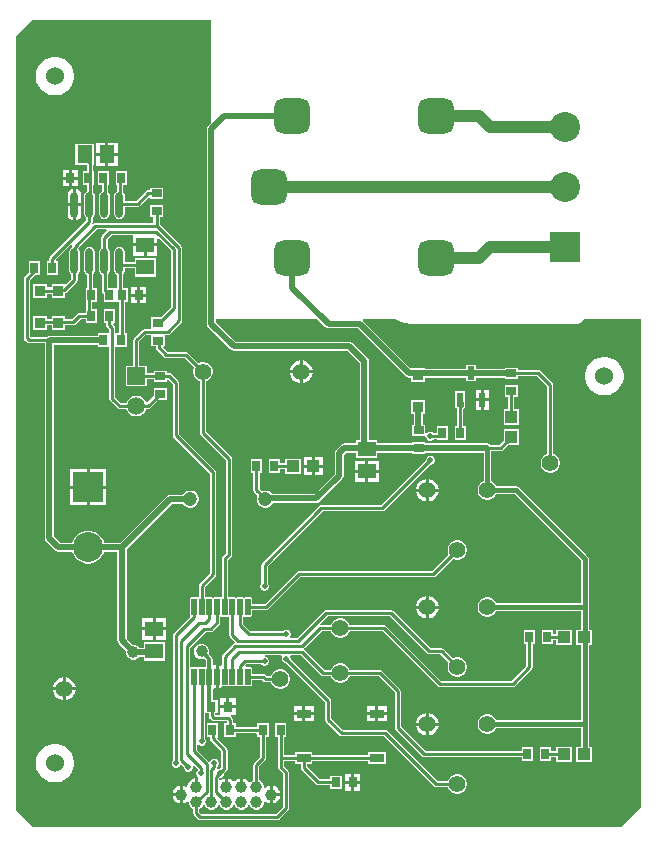
<source format=gtl>
G04*
G04 #@! TF.GenerationSoftware,Altium Limited,Altium Designer,21.6.1 (37)*
G04*
G04 Layer_Physical_Order=1*
G04 Layer_Color=255*
%FSLAX25Y25*%
%MOIN*%
G70*
G04*
G04 #@! TF.SameCoordinates,52293247-6156-4BB5-AEA0-72ABDA420298*
G04*
G04*
G04 #@! TF.FilePolarity,Positive*
G04*
G01*
G75*
%ADD10C,0.01000*%
%ADD14C,0.02000*%
%ADD17C,0.01500*%
%ADD43R,0.02756X0.03543*%
%ADD44R,0.04331X0.03937*%
%ADD45R,0.05118X0.05906*%
%ADD46C,0.03937*%
%ADD47R,0.03543X0.03543*%
%ADD48R,0.03543X0.02756*%
%ADD49O,0.02362X0.08661*%
G04:AMPARAMS|DCode=50|XSize=17.72mil|YSize=55.12mil|CornerRadius=1.95mil|HoleSize=0mil|Usage=FLASHONLY|Rotation=180.000|XOffset=0mil|YOffset=0mil|HoleType=Round|Shape=RoundedRectangle|*
%AMROUNDEDRECTD50*
21,1,0.01772,0.05122,0,0,180.0*
21,1,0.01382,0.05512,0,0,180.0*
1,1,0.00390,-0.00691,0.02561*
1,1,0.00390,0.00691,0.02561*
1,1,0.00390,0.00691,-0.02561*
1,1,0.00390,-0.00691,-0.02561*
%
%ADD50ROUNDEDRECTD50*%
%ADD51R,0.05906X0.05118*%
%ADD52R,0.03150X0.03543*%
%ADD53R,0.03937X0.04331*%
%ADD54R,0.02362X0.04528*%
%ADD55R,0.04724X0.03000*%
%ADD56C,0.01181*%
%ADD57C,0.04000*%
%ADD58C,0.05512*%
%ADD59R,0.05906X0.05906*%
%ADD60C,0.05906*%
%ADD61C,0.10000*%
%ADD62R,0.10000X0.10000*%
%ADD63C,0.06000*%
G04:AMPARAMS|DCode=64|XSize=118.11mil|YSize=118.11mil|CornerRadius=29.53mil|HoleSize=0mil|Usage=FLASHONLY|Rotation=0.000|XOffset=0mil|YOffset=0mil|HoleType=Round|Shape=RoundedRectangle|*
%AMROUNDEDRECTD64*
21,1,0.11811,0.05906,0,0,0.0*
21,1,0.05906,0.11811,0,0,0.0*
1,1,0.05906,0.02953,-0.02953*
1,1,0.05906,-0.02953,-0.02953*
1,1,0.05906,-0.02953,0.02953*
1,1,0.05906,0.02953,0.02953*
%
%ADD64ROUNDEDRECTD64*%
%ADD65C,0.04724*%
%ADD66C,0.01968*%
G36*
X186000Y358435D02*
X184919Y357353D01*
X184587Y356857D01*
X184471Y356272D01*
Y291445D01*
X184587Y290860D01*
X184919Y290364D01*
X192364Y282919D01*
X192860Y282587D01*
X193445Y282471D01*
X231307D01*
X235471Y278307D01*
Y252799D01*
X234331D01*
Y251577D01*
X230307D01*
X229722Y251460D01*
X229226Y251129D01*
X227511Y249414D01*
X227180Y248918D01*
X227063Y248333D01*
Y241462D01*
X220411Y234810D01*
X206238D01*
X205757Y235290D01*
X205105Y235667D01*
X204377Y235862D01*
X203623D01*
X202895Y235667D01*
X202819Y235623D01*
X202067Y236375D01*
Y241728D01*
X202925D01*
Y246272D01*
X199169D01*
Y241728D01*
X200028D01*
Y235953D01*
X200105Y235563D01*
X200326Y235232D01*
X201377Y234181D01*
X201333Y234105D01*
X201138Y233377D01*
Y232623D01*
X201333Y231895D01*
X201710Y231243D01*
X202243Y230710D01*
X202895Y230333D01*
X203623Y230138D01*
X204377D01*
X205105Y230333D01*
X205757Y230710D01*
X206290Y231243D01*
X206584Y231751D01*
X221044D01*
X221630Y231867D01*
X222126Y232199D01*
X229674Y239747D01*
X230005Y240243D01*
X230122Y240828D01*
Y247699D01*
X230941Y248518D01*
X234331D01*
Y246681D01*
X241237D01*
Y248518D01*
X252791D01*
Y248169D01*
X257335D01*
Y248518D01*
X276726D01*
Y239024D01*
X276001Y238605D01*
X275395Y237999D01*
X274966Y237257D01*
X274744Y236429D01*
Y235571D01*
X274966Y234743D01*
X275395Y234001D01*
X276001Y233395D01*
X276743Y232966D01*
X277571Y232744D01*
X278429D01*
X279257Y232966D01*
X279999Y233395D01*
X280605Y234001D01*
X281024Y234725D01*
X287074D01*
X309172Y212628D01*
Y198275D01*
X281024D01*
X280605Y198999D01*
X279999Y199605D01*
X279257Y200034D01*
X278429Y200256D01*
X277571D01*
X276743Y200034D01*
X276001Y199605D01*
X275395Y198999D01*
X274966Y198257D01*
X274744Y197429D01*
Y196571D01*
X274966Y195743D01*
X275395Y195001D01*
X276001Y194395D01*
X276743Y193966D01*
X277571Y193744D01*
X278429D01*
X279257Y193966D01*
X279999Y194395D01*
X280605Y195001D01*
X281024Y195726D01*
X309172D01*
Y189469D01*
X307681D01*
Y184531D01*
X309172D01*
Y159274D01*
X281024D01*
X280605Y159999D01*
X279999Y160605D01*
X279257Y161034D01*
X278429Y161256D01*
X277571D01*
X276743Y161034D01*
X276001Y160605D01*
X275395Y159999D01*
X274966Y159257D01*
X274744Y158429D01*
Y157571D01*
X274966Y156743D01*
X275395Y156001D01*
X276001Y155395D01*
X276743Y154966D01*
X277571Y154744D01*
X278429D01*
X279257Y154966D01*
X279999Y155395D01*
X280605Y156001D01*
X281024Y156726D01*
X309172D01*
Y150469D01*
X307500D01*
Y145531D01*
X312831D01*
Y150469D01*
X311721D01*
Y158000D01*
Y184531D01*
X313012D01*
Y189469D01*
X311721D01*
Y197000D01*
Y213156D01*
X311624Y213643D01*
X311348Y214057D01*
X288503Y236901D01*
X288090Y237177D01*
X287602Y237275D01*
X281024D01*
X280605Y237999D01*
X279999Y238605D01*
X279275Y239024D01*
Y249028D01*
X282394D01*
X282784Y249105D01*
X283115Y249326D01*
X284777Y250988D01*
X288469D01*
Y256319D01*
X283531D01*
Y252627D01*
X281971Y251067D01*
X279123D01*
X279081Y251129D01*
X278585Y251460D01*
X278000Y251577D01*
X257335D01*
Y251925D01*
X252791D01*
Y251577D01*
X241237D01*
Y252799D01*
X238529D01*
Y278941D01*
X238413Y279526D01*
X238081Y280022D01*
X233022Y285081D01*
X232526Y285413D01*
X231941Y285529D01*
X194078D01*
X187529Y292078D01*
Y293000D01*
X221337D01*
X223974Y290364D01*
X224470Y290032D01*
X225055Y289915D01*
X234772D01*
X250791Y273897D01*
X251287Y273565D01*
X251872Y273449D01*
X252713D01*
Y272033D01*
X257256D01*
Y273443D01*
X270932D01*
Y272209D01*
X274294D01*
Y273443D01*
X283728D01*
Y273075D01*
X288272D01*
Y273933D01*
X294625D01*
X297980Y270578D01*
Y248098D01*
X297743Y248034D01*
X297001Y247605D01*
X296395Y246999D01*
X295966Y246257D01*
X295744Y245429D01*
Y244571D01*
X295966Y243743D01*
X296395Y243001D01*
X297001Y242395D01*
X297743Y241966D01*
X298571Y241744D01*
X299429D01*
X300257Y241966D01*
X300999Y242395D01*
X301605Y243001D01*
X302034Y243743D01*
X302256Y244571D01*
Y245429D01*
X302034Y246257D01*
X301605Y246999D01*
X300999Y247605D01*
X300257Y248034D01*
X300020Y248098D01*
Y271000D01*
X299942Y271390D01*
X299721Y271721D01*
X295768Y275674D01*
X295437Y275895D01*
X295047Y275972D01*
X288272D01*
Y276831D01*
X283728D01*
Y276502D01*
X274294D01*
Y277736D01*
X270932D01*
Y276502D01*
X257256D01*
Y276576D01*
X252713D01*
X252713Y276576D01*
Y276576D01*
X252713Y276576D01*
X252278Y276734D01*
X236513Y292500D01*
X236521Y292612D01*
X236678Y293000D01*
X247220D01*
X248660Y292230D01*
X250543Y291659D01*
X252500Y291466D01*
Y291466D01*
X252584Y291483D01*
X308000D01*
X308963Y291675D01*
X309780Y292220D01*
X310301Y293000D01*
X329235D01*
X329235Y130482D01*
X322518Y123765D01*
X126301D01*
X120765Y129301D01*
X120765Y387219D01*
X126301Y392755D01*
X186000D01*
Y358435D01*
D02*
G37*
%LPC*%
G36*
X134489Y380405D02*
X133227D01*
X131990Y380159D01*
X130824Y379677D01*
X129775Y378976D01*
X128883Y378083D01*
X128182Y377034D01*
X127699Y375868D01*
X127453Y374631D01*
Y373369D01*
X127699Y372132D01*
X128182Y370966D01*
X128883Y369917D01*
X129775Y369024D01*
X130824Y368323D01*
X131990Y367841D01*
X133227Y367595D01*
X134489D01*
X135727Y367841D01*
X136892Y368323D01*
X137942Y369024D01*
X138834Y369917D01*
X139535Y370966D01*
X140018Y372132D01*
X140264Y373369D01*
Y374631D01*
X140018Y375868D01*
X139535Y377034D01*
X138834Y378083D01*
X137942Y378976D01*
X136892Y379677D01*
X135727Y380159D01*
X134489Y380405D01*
D02*
G37*
G36*
X154772Y351831D02*
X151713D01*
Y348378D01*
X154772D01*
Y351831D01*
D02*
G37*
G36*
X150713D02*
X147653D01*
Y348378D01*
X150713D01*
Y351831D01*
D02*
G37*
G36*
X154772Y347378D02*
X151713D01*
Y343925D01*
X154772D01*
Y347378D01*
D02*
G37*
G36*
X150713D02*
X147653D01*
Y343925D01*
X150713D01*
Y347378D01*
D02*
G37*
G36*
X141425Y342772D02*
X139547D01*
Y340500D01*
X141425D01*
Y342772D01*
D02*
G37*
G36*
X138547D02*
X136669D01*
Y340500D01*
X138547D01*
Y342772D01*
D02*
G37*
G36*
X141425Y339500D02*
X139547D01*
Y337228D01*
X141425D01*
Y339500D01*
D02*
G37*
G36*
X138547D02*
X136669D01*
Y337228D01*
X138547D01*
Y339500D01*
D02*
G37*
G36*
X157831Y342272D02*
X154075D01*
Y337728D01*
X154480D01*
Y335739D01*
X154158Y335523D01*
X153786Y334967D01*
X153656Y334311D01*
Y328012D01*
X153786Y327356D01*
X154158Y326800D01*
X154714Y326428D01*
X155370Y326298D01*
X156026Y326428D01*
X156582Y326800D01*
X156953Y327356D01*
X157084Y328012D01*
Y330482D01*
X161501D01*
X161891Y330559D01*
X162222Y330780D01*
X164957Y333515D01*
X165457Y333308D01*
Y333075D01*
X170000D01*
Y336831D01*
X165457D01*
Y335972D01*
X164953D01*
X164563Y335895D01*
X164232Y335674D01*
X161079Y332521D01*
X157084D01*
Y334311D01*
X156953Y334967D01*
X156582Y335523D01*
X156520Y335564D01*
Y337728D01*
X157831D01*
Y342272D01*
D02*
G37*
G36*
X140870Y336435D02*
Y331661D01*
X142594D01*
Y334311D01*
X142424Y335162D01*
X141942Y335883D01*
X141221Y336366D01*
X140870Y336435D01*
D02*
G37*
G36*
X139870D02*
X139519Y336366D01*
X138797Y335883D01*
X138315Y335162D01*
X138146Y334311D01*
Y331661D01*
X139870D01*
Y336435D01*
D02*
G37*
G36*
X151925Y342272D02*
X148169D01*
Y337728D01*
X149480D01*
Y335739D01*
X149158Y335523D01*
X148786Y334967D01*
X148656Y334311D01*
Y328012D01*
X148786Y327356D01*
X149158Y326800D01*
X149714Y326428D01*
X150370Y326298D01*
X151026Y326428D01*
X151582Y326800D01*
X151953Y327356D01*
X152084Y328012D01*
Y334311D01*
X151953Y334967D01*
X151582Y335523D01*
X151520Y335564D01*
Y337728D01*
X151925D01*
Y342272D01*
D02*
G37*
G36*
X142594Y330661D02*
X140870D01*
Y325887D01*
X141221Y325957D01*
X141942Y326439D01*
X142424Y327161D01*
X142594Y328012D01*
Y330661D01*
D02*
G37*
G36*
X139870D02*
X138146D01*
Y328012D01*
X138315Y327161D01*
X138797Y326439D01*
X139519Y325957D01*
X139870Y325887D01*
Y330661D01*
D02*
G37*
G36*
X167953Y317240D02*
X164500D01*
Y314181D01*
X167953D01*
Y317240D01*
D02*
G37*
G36*
X163500D02*
X160047D01*
Y314181D01*
X163500D01*
Y317240D01*
D02*
G37*
G36*
X164331Y303772D02*
X162256D01*
Y301500D01*
X164331D01*
Y303772D01*
D02*
G37*
G36*
X161256D02*
X159181D01*
Y301500D01*
X161256D01*
Y303772D01*
D02*
G37*
G36*
X164331Y300500D02*
X162256D01*
Y298228D01*
X164331D01*
Y300500D01*
D02*
G37*
G36*
X161256D02*
X159181D01*
Y298228D01*
X161256D01*
Y300500D01*
D02*
G37*
G36*
X145370Y317127D02*
X144714Y316997D01*
X144158Y316625D01*
X143786Y316069D01*
X143656Y315413D01*
Y309114D01*
X143786Y308458D01*
X144158Y307902D01*
X144480Y307686D01*
Y303272D01*
X144169D01*
Y298728D01*
X144288D01*
Y296272D01*
X144169D01*
Y295020D01*
X141967D01*
X141577Y294942D01*
X141246Y294721D01*
X139469Y292943D01*
X137287D01*
Y293967D01*
X132744D01*
Y292923D01*
X131256D01*
Y293947D01*
X126713D01*
Y289403D01*
X131256D01*
Y290884D01*
X132744D01*
Y289424D01*
X137287D01*
Y290904D01*
X139891D01*
X140281Y290982D01*
X140612Y291203D01*
X142390Y292980D01*
X144169D01*
Y291728D01*
X147925D01*
Y296272D01*
X146327D01*
Y298728D01*
X147925D01*
Y303272D01*
X146520D01*
Y307861D01*
X146582Y307902D01*
X146953Y308458D01*
X147084Y309114D01*
Y315413D01*
X146953Y316069D01*
X146582Y316625D01*
X146026Y316997D01*
X145370Y317127D01*
D02*
G37*
G36*
X216500Y279254D02*
Y276000D01*
X219754D01*
X219500Y276950D01*
X219005Y277806D01*
X218306Y278505D01*
X217450Y279000D01*
X216500Y279254D01*
D02*
G37*
G36*
X215500D02*
X214550Y279000D01*
X213694Y278505D01*
X212995Y277806D01*
X212500Y276950D01*
X212246Y276000D01*
X215500D01*
Y279254D01*
D02*
G37*
G36*
X219754Y275000D02*
X216500D01*
Y271746D01*
X217450Y272000D01*
X218306Y272495D01*
X219005Y273194D01*
X219500Y274050D01*
X219754Y275000D01*
D02*
G37*
G36*
X215500D02*
X212246D01*
X212500Y274050D01*
X212995Y273194D01*
X213694Y272495D01*
X214550Y272000D01*
X215500Y271746D01*
Y275000D01*
D02*
G37*
G36*
X317631Y280405D02*
X316369D01*
X315132Y280159D01*
X313966Y279677D01*
X312917Y278976D01*
X312024Y278083D01*
X311323Y277034D01*
X310841Y275868D01*
X310595Y274631D01*
Y273369D01*
X310841Y272132D01*
X311323Y270966D01*
X312024Y269917D01*
X312917Y269024D01*
X313966Y268323D01*
X315132Y267841D01*
X316369Y267595D01*
X317631D01*
X318868Y267841D01*
X320034Y268323D01*
X321083Y269024D01*
X321975Y269917D01*
X322676Y270966D01*
X323159Y272132D01*
X323406Y273369D01*
Y274631D01*
X323159Y275868D01*
X322676Y277034D01*
X321975Y278083D01*
X321083Y278976D01*
X320034Y279677D01*
X318868Y280159D01*
X317631Y280405D01*
D02*
G37*
G36*
X278534Y269378D02*
X276853D01*
Y266614D01*
X278534D01*
Y269378D01*
D02*
G37*
G36*
X275853D02*
X274172D01*
Y266614D01*
X275853D01*
Y269378D01*
D02*
G37*
G36*
X278534Y265614D02*
X276853D01*
Y262850D01*
X278534D01*
Y265614D01*
D02*
G37*
G36*
X275853D02*
X274172D01*
Y262850D01*
X275853D01*
Y265614D01*
D02*
G37*
G36*
X288272Y270925D02*
X283728D01*
Y267169D01*
X284980D01*
Y263012D01*
X283531D01*
Y257681D01*
X288469D01*
Y263012D01*
X287020D01*
Y267169D01*
X288272D01*
Y270925D01*
D02*
G37*
G36*
X270553Y268878D02*
X267191D01*
Y263350D01*
X267853D01*
Y257272D01*
X267075D01*
Y252728D01*
X270831D01*
Y257272D01*
X269892D01*
Y263107D01*
X269944Y263117D01*
X270274Y263338D01*
X270283Y263350D01*
X270553D01*
Y263961D01*
X270573Y264059D01*
Y265433D01*
X270553Y265532D01*
Y268878D01*
D02*
G37*
G36*
X257256Y265947D02*
X252713D01*
Y261403D01*
X253471D01*
Y257831D01*
X252791D01*
Y254075D01*
X257232Y254075D01*
X257507Y253716D01*
X257535Y253658D01*
X257742Y253159D01*
X258159Y252742D01*
X258705Y252516D01*
X259295D01*
X259841Y252742D01*
X260080Y252980D01*
X261169D01*
Y252728D01*
X264925D01*
Y257272D01*
X261169D01*
Y255020D01*
X260080D01*
X259841Y255258D01*
X259295Y255484D01*
X258705D01*
X258159Y255258D01*
X257835Y254934D01*
X257399Y255048D01*
X257335Y255087D01*
Y257831D01*
X256529D01*
Y261403D01*
X257256D01*
Y265947D01*
D02*
G37*
G36*
X215972Y246468D02*
X210642D01*
Y245020D01*
X208831D01*
Y246272D01*
X205075D01*
Y241728D01*
X208831D01*
Y242980D01*
X210642D01*
Y241531D01*
X215972D01*
Y246468D01*
D02*
G37*
G36*
X223165Y246969D02*
X220500D01*
Y244500D01*
X223165D01*
Y246969D01*
D02*
G37*
G36*
X219500D02*
X216835D01*
Y244500D01*
X219500D01*
Y246969D01*
D02*
G37*
G36*
X241737Y245819D02*
X238284D01*
Y242760D01*
X241737D01*
Y245819D01*
D02*
G37*
G36*
X237284D02*
X233832D01*
Y242760D01*
X237284D01*
Y245819D01*
D02*
G37*
G36*
X223165Y243500D02*
X220500D01*
Y241032D01*
X223165D01*
Y243500D01*
D02*
G37*
G36*
X219500D02*
X216835D01*
Y241032D01*
X219500D01*
Y243500D01*
D02*
G37*
G36*
X241737Y241760D02*
X238284D01*
Y238701D01*
X241737D01*
Y241760D01*
D02*
G37*
G36*
X237284D02*
X233832D01*
Y238701D01*
X237284D01*
Y241760D01*
D02*
G37*
G36*
X150953Y243000D02*
X145453D01*
Y237500D01*
X150953D01*
Y243000D01*
D02*
G37*
G36*
X144453D02*
X138953D01*
Y237500D01*
X144453D01*
Y243000D01*
D02*
G37*
G36*
X258500Y239754D02*
Y236500D01*
X261754D01*
X261500Y237450D01*
X261005Y238306D01*
X260306Y239005D01*
X259450Y239500D01*
X258500Y239754D01*
D02*
G37*
G36*
X257500D02*
X256550Y239500D01*
X255694Y239005D01*
X254995Y238306D01*
X254500Y237450D01*
X254246Y236500D01*
X257500D01*
Y239754D01*
D02*
G37*
G36*
X261754Y235500D02*
X258500D01*
Y232246D01*
X259450Y232500D01*
X260306Y232995D01*
X261005Y233694D01*
X261500Y234550D01*
X261754Y235500D01*
D02*
G37*
G36*
X257500D02*
X254246D01*
X254500Y234550D01*
X254995Y233694D01*
X255694Y232995D01*
X256550Y232500D01*
X257500Y232246D01*
Y235500D01*
D02*
G37*
G36*
X150953Y236500D02*
X145453D01*
Y231000D01*
X150953D01*
Y236500D01*
D02*
G37*
G36*
X144453D02*
X138953D01*
Y231000D01*
X144453D01*
Y236500D01*
D02*
G37*
G36*
X146791Y351331D02*
X140673D01*
Y344425D01*
X144480D01*
Y342272D01*
X143075D01*
Y337728D01*
X144480D01*
Y335739D01*
X144158Y335523D01*
X143786Y334967D01*
X143656Y334311D01*
Y328012D01*
X143786Y327356D01*
X144158Y326800D01*
X144350Y326671D01*
Y325883D01*
X132232Y313765D01*
X132011Y313434D01*
X131933Y313044D01*
Y312272D01*
X131075D01*
Y307728D01*
X134831D01*
Y312272D01*
X134329D01*
X134122Y312772D01*
X139225Y317874D01*
X139613Y317555D01*
X139558Y317473D01*
X139480Y317083D01*
Y316841D01*
X139158Y316625D01*
X138786Y316069D01*
X138656Y315413D01*
Y309114D01*
X138786Y308458D01*
X139158Y307902D01*
X139350Y307774D01*
Y306422D01*
X137716Y304788D01*
X137287Y304597D01*
Y304597D01*
X137287Y304597D01*
X132744D01*
Y303553D01*
X131256D01*
Y304576D01*
X126713D01*
Y300033D01*
X131256D01*
Y301514D01*
X132744D01*
Y300054D01*
X137287D01*
Y301606D01*
X137313Y301612D01*
X137644Y301833D01*
X141091Y305279D01*
X141312Y305610D01*
X141389Y306000D01*
Y307774D01*
X141582Y307902D01*
X141953Y308458D01*
X142084Y309114D01*
Y315413D01*
X141953Y316069D01*
X141582Y316625D01*
X141573Y316714D01*
X147792Y322933D01*
X150997D01*
X151204Y322433D01*
X149649Y320878D01*
X149428Y320547D01*
X149350Y320157D01*
Y316754D01*
X149158Y316625D01*
X148786Y316069D01*
X148656Y315413D01*
Y309114D01*
X148786Y308458D01*
X149158Y307902D01*
X149480Y307686D01*
Y302453D01*
X149558Y302063D01*
X149779Y301732D01*
X150075Y301436D01*
Y298728D01*
X153669D01*
X154169Y298728D01*
X154331Y298728D01*
X155225D01*
Y288272D01*
X154020D01*
Y290071D01*
X153942Y290461D01*
X153721Y290792D01*
X153285Y291228D01*
X153492Y291728D01*
X153831D01*
Y296272D01*
X150075D01*
Y291728D01*
X150933D01*
Y291118D01*
X151011Y290728D01*
X151232Y290397D01*
X151980Y289649D01*
Y288711D01*
X151834Y288272D01*
X151480Y288272D01*
X148078D01*
Y287529D01*
X132383D01*
X131798Y287413D01*
X131301Y287081D01*
X131239Y287020D01*
X125585D01*
Y306096D01*
X127217Y307728D01*
X128925D01*
Y312272D01*
X125169D01*
Y308564D01*
X123845Y307239D01*
X123624Y306909D01*
X123546Y306518D01*
Y286586D01*
X123624Y286196D01*
X123845Y285865D01*
X124431Y285279D01*
X124761Y285058D01*
X125152Y284980D01*
X130471D01*
Y219962D01*
X130587Y219377D01*
X130919Y218881D01*
X133880Y215919D01*
X134377Y215587D01*
X134962Y215471D01*
X139669D01*
X139828Y214877D01*
X140552Y213623D01*
X141576Y212599D01*
X142830Y211875D01*
X144229Y211500D01*
X145677D01*
X147076Y211875D01*
X148330Y212599D01*
X149354Y213623D01*
X150078Y214877D01*
X150237Y215471D01*
X154715D01*
Y185896D01*
X154831Y185311D01*
X155163Y184815D01*
X157531Y182446D01*
Y181509D01*
X157907Y180602D01*
X158602Y179907D01*
X159509Y179532D01*
X160491D01*
X161398Y179907D01*
X161962Y180471D01*
X163547D01*
Y179201D01*
X170453D01*
Y185319D01*
X163547D01*
Y183529D01*
X161962D01*
X161398Y184093D01*
X160491Y184468D01*
X159835D01*
X157773Y186530D01*
Y216367D01*
X172878Y231471D01*
X176578D01*
X176710Y231243D01*
X177243Y230710D01*
X177895Y230333D01*
X178623Y230138D01*
X179377D01*
X180105Y230333D01*
X180757Y230710D01*
X181290Y231243D01*
X181667Y231895D01*
X181862Y232623D01*
Y233377D01*
X181667Y234105D01*
X181290Y234757D01*
X180757Y235290D01*
X180105Y235667D01*
X179377Y235862D01*
X178623D01*
X177895Y235667D01*
X177243Y235290D01*
X176710Y234757D01*
X176578Y234529D01*
X172244D01*
X171659Y234413D01*
X171163Y234081D01*
X155611Y218529D01*
X150237D01*
X150078Y219123D01*
X149354Y220377D01*
X148330Y221401D01*
X147076Y222125D01*
X145677Y222500D01*
X144229D01*
X142830Y222125D01*
X141576Y221401D01*
X140552Y220377D01*
X139828Y219123D01*
X139669Y218529D01*
X135596D01*
X133529Y220596D01*
Y284471D01*
X148078D01*
Y283728D01*
X151834Y283728D01*
X151980Y283289D01*
Y266500D01*
X152058Y266110D01*
X152279Y265779D01*
X154779Y263279D01*
X155110Y263058D01*
X155500Y262980D01*
X157699D01*
X157782Y262667D01*
X158237Y261880D01*
X158880Y261237D01*
X159667Y260783D01*
X160545Y260547D01*
X161455D01*
X162333Y260783D01*
X163120Y261237D01*
X163763Y261880D01*
X164217Y262667D01*
X164301Y262980D01*
X164953D01*
X165343Y263058D01*
X165674Y263279D01*
X168449Y266055D01*
X168526Y266169D01*
X171272D01*
Y269925D01*
X166728D01*
Y267268D01*
X166716Y267205D01*
X164758Y265247D01*
X164319Y265317D01*
X164188Y265384D01*
X163763Y266120D01*
X163120Y266763D01*
X162333Y267217D01*
X161455Y267453D01*
X160545D01*
X159667Y267217D01*
X158880Y266763D01*
X158237Y266120D01*
X157782Y265333D01*
X157699Y265020D01*
X155922D01*
X154020Y266922D01*
Y283728D01*
X157739D01*
Y288272D01*
X157264D01*
Y298728D01*
X158319D01*
Y303272D01*
X156520D01*
Y307861D01*
X156582Y307902D01*
X156953Y308458D01*
X157084Y309114D01*
Y309980D01*
X160547D01*
Y307201D01*
X167453D01*
Y313319D01*
X160547D01*
Y312020D01*
X157084D01*
Y315413D01*
X156953Y316069D01*
X156582Y316625D01*
X156026Y316997D01*
X155370Y317127D01*
X154714Y316997D01*
X154158Y316625D01*
X153786Y316069D01*
X153656Y315413D01*
Y309114D01*
X153786Y308458D01*
X154158Y307902D01*
X154480Y307686D01*
Y303625D01*
X154127Y303272D01*
X153831Y303272D01*
X153669Y303272D01*
X151520D01*
Y307861D01*
X151582Y307902D01*
X151953Y308458D01*
X152084Y309114D01*
Y315413D01*
X151953Y316069D01*
X151582Y316625D01*
X151389Y316754D01*
Y319735D01*
X152756Y321102D01*
X160047D01*
Y318240D01*
X164000D01*
X167953D01*
Y319783D01*
X168415Y319975D01*
X172531Y315858D01*
Y297110D01*
X169057Y293636D01*
X165956D01*
Y289881D01*
X165479Y289825D01*
X163806D01*
X163416Y289748D01*
X163085Y289527D01*
X160279Y286721D01*
X160058Y286390D01*
X159980Y286000D01*
Y277453D01*
X157547D01*
Y270547D01*
X164453D01*
Y272980D01*
X166728D01*
Y272075D01*
X171272D01*
Y272579D01*
X171772Y272786D01*
X173252Y271306D01*
Y254232D01*
X173330Y253842D01*
X173551Y253511D01*
X185595Y241467D01*
Y208298D01*
X182047Y204751D01*
X181826Y204420D01*
X181748Y204030D01*
Y200452D01*
X181724Y200430D01*
X181286Y200239D01*
X181171Y200283D01*
X180900Y200336D01*
X179518D01*
X179247Y200283D01*
X179017Y200129D01*
X178863Y199899D01*
X178809Y199628D01*
Y194506D01*
X178863Y194235D01*
X179017Y194005D01*
X178718Y193621D01*
X173551Y188454D01*
X173330Y188124D01*
X173252Y187733D01*
Y146080D01*
X173012Y145840D01*
X172786Y145294D01*
Y144704D01*
X173012Y144158D01*
X173430Y143741D01*
X173975Y143515D01*
X174566D01*
X175111Y143741D01*
X175529Y144158D01*
X175568Y144254D01*
X176158Y144372D01*
X176846Y143684D01*
Y143346D01*
X177072Y142801D01*
X177489Y142383D01*
X178035Y142157D01*
X178625D01*
X179171Y142383D01*
X179588Y142801D01*
X179814Y143346D01*
Y143937D01*
X179744Y144107D01*
X180168Y144390D01*
X181488Y143070D01*
Y142737D01*
X181250Y142498D01*
X181024Y141953D01*
Y141362D01*
X181250Y140817D01*
X181667Y140399D01*
X181500Y140028D01*
Y137000D01*
X180500D01*
Y139939D01*
X179854Y139766D01*
X179177Y139375D01*
X178625Y138823D01*
X178234Y138146D01*
X178032Y137391D01*
Y137332D01*
X177532Y137043D01*
X177146Y137266D01*
X176500Y137439D01*
Y134500D01*
Y131561D01*
X177146Y131734D01*
X177823Y132125D01*
X178032Y132333D01*
X178532Y132126D01*
Y131509D01*
X178907Y130602D01*
X179602Y129907D01*
X179980Y129750D01*
Y128252D01*
X180058Y127862D01*
X180279Y127531D01*
X181531Y126279D01*
X181862Y126058D01*
X182252Y125980D01*
X208000D01*
X208390Y126058D01*
X208721Y126279D01*
X211704Y129262D01*
X211925Y129593D01*
X212003Y129983D01*
Y141795D01*
X211925Y142185D01*
X211704Y142516D01*
X210157Y144064D01*
Y145598D01*
X213933D01*
Y144618D01*
X215776D01*
Y143443D01*
X215853Y143053D01*
X216074Y142722D01*
X220935Y137862D01*
X221266Y137641D01*
X221656Y137563D01*
X225476D01*
Y136311D01*
X229626D01*
Y140854D01*
X225476D01*
Y139602D01*
X222078D01*
X217815Y143865D01*
Y144618D01*
X219657D01*
Y145598D01*
X238342D01*
Y144618D01*
X244067D01*
Y148618D01*
X238342D01*
Y147638D01*
X219657D01*
Y148618D01*
X213933D01*
Y147638D01*
X210157D01*
Y153787D01*
X211015D01*
Y158331D01*
X207259D01*
Y153787D01*
X208117D01*
Y146618D01*
Y143641D01*
X208195Y143251D01*
X208416Y142920D01*
X209964Y141373D01*
Y130406D01*
X207578Y128020D01*
X182674D01*
X182020Y128674D01*
Y129750D01*
X182398Y129907D01*
X183093Y130602D01*
X183229Y130932D01*
X183771D01*
X183907Y130602D01*
X184602Y129907D01*
X185509Y129532D01*
X186491D01*
X187398Y129907D01*
X188093Y130602D01*
X188229Y130932D01*
X188771D01*
X188907Y130602D01*
X189602Y129907D01*
X190509Y129532D01*
X191491D01*
X192398Y129907D01*
X193093Y130602D01*
X193229Y130932D01*
X193771D01*
X193907Y130602D01*
X194602Y129907D01*
X195509Y129532D01*
X196491D01*
X197398Y129907D01*
X198093Y130602D01*
X198229Y130932D01*
X198771D01*
X198907Y130602D01*
X199602Y129907D01*
X200509Y129532D01*
X201491D01*
X202398Y129907D01*
X203093Y130602D01*
X203468Y131509D01*
Y132126D01*
X203969Y132333D01*
X204177Y132125D01*
X204854Y131734D01*
X205500Y131561D01*
Y134500D01*
Y137439D01*
X204854Y137266D01*
X204177Y136875D01*
X203969Y136667D01*
X203468Y136874D01*
Y137491D01*
X203093Y138398D01*
X202398Y139093D01*
X202020Y139250D01*
Y143964D01*
X203953Y145897D01*
X204173Y146228D01*
X204251Y146618D01*
Y153787D01*
X205110D01*
Y158331D01*
X201354D01*
Y157079D01*
X194102D01*
Y158331D01*
X193244D01*
Y159414D01*
X193166Y159804D01*
X192945Y160135D01*
X192502Y160579D01*
X192703Y161079D01*
X194107D01*
Y163350D01*
X191532D01*
X188958D01*
X188958Y161079D01*
X188482Y161020D01*
X187272D01*
Y161579D01*
X188095D01*
Y166122D01*
X186439D01*
Y169790D01*
X186939Y170110D01*
X187195Y170059D01*
X187386D01*
Y173839D01*
Y177618D01*
X187195D01*
X186939Y177567D01*
X186439Y177887D01*
Y179701D01*
X186354Y180126D01*
X186113Y180487D01*
X186113Y180487D01*
X185118Y181482D01*
X185236Y181769D01*
Y182751D01*
X184860Y183658D01*
X184166Y184353D01*
X183259Y184728D01*
X182277D01*
X181369Y184353D01*
X180675Y183658D01*
X180299Y182751D01*
Y181769D01*
X180675Y180862D01*
X181369Y180167D01*
X182277Y179791D01*
X183259D01*
X183545Y179910D01*
X184215Y179240D01*
Y177331D01*
X183731Y177055D01*
X183715Y177057D01*
X183459Y177108D01*
X182077D01*
X181806Y177054D01*
X181488Y176934D01*
X181171Y177054D01*
X180900Y177108D01*
X179518D01*
X179338Y177072D01*
X179005Y177248D01*
X178838Y177382D01*
Y183477D01*
X184081Y188721D01*
X185733D01*
X186123Y188798D01*
X186454Y189019D01*
X188607Y191172D01*
X188828Y191503D01*
X188905Y191893D01*
Y193682D01*
X188930Y193704D01*
X189368Y193895D01*
X189483Y193851D01*
X189754Y193797D01*
X191136D01*
X191407Y193851D01*
X191522Y193895D01*
X191960Y193704D01*
X191984Y193682D01*
Y187712D01*
X192062Y187322D01*
X192283Y186991D01*
X193787Y185487D01*
X193622Y184944D01*
X193610Y184942D01*
X193279Y184721D01*
X189814Y181256D01*
X189593Y180926D01*
X189516Y180535D01*
Y177811D01*
X189050Y177530D01*
X189016Y177531D01*
X188577Y177618D01*
X188386D01*
Y173839D01*
Y170059D01*
X188577D01*
X189043Y170152D01*
X189438Y170416D01*
X189566Y170607D01*
X189754Y170569D01*
X191136D01*
X191407Y170623D01*
X191724Y170743D01*
X192042Y170623D01*
X192313Y170569D01*
X193695D01*
X193966Y170623D01*
X194283Y170743D01*
X194601Y170623D01*
X194872Y170569D01*
X196254D01*
X196525Y170623D01*
X196843Y170743D01*
X197160Y170623D01*
X197431Y170569D01*
X198813D01*
X199084Y170623D01*
X199314Y170777D01*
X199468Y171006D01*
X199522Y171278D01*
Y172819D01*
X202816D01*
X203356Y172279D01*
X203686Y172058D01*
X204077Y171980D01*
X205902D01*
X205966Y171743D01*
X206395Y171001D01*
X207001Y170395D01*
X207743Y169966D01*
X208571Y169744D01*
X209429D01*
X210257Y169966D01*
X210999Y170395D01*
X211605Y171001D01*
X212034Y171743D01*
X212256Y172571D01*
Y173429D01*
X212034Y174257D01*
X211605Y174999D01*
X210999Y175605D01*
X210257Y176034D01*
X209429Y176256D01*
X208571D01*
X207743Y176034D01*
X207001Y175605D01*
X206395Y174999D01*
X205966Y174257D01*
X205902Y174020D01*
X204499D01*
X203959Y174559D01*
X203628Y174781D01*
X203238Y174858D01*
X199522D01*
Y176400D01*
X199468Y176671D01*
X199314Y176901D01*
X199084Y177054D01*
X198813Y177108D01*
X197473D01*
X197391Y177204D01*
X197237Y177579D01*
X197638Y177980D01*
X202640D01*
X202879Y177742D01*
X203425Y177516D01*
X204015D01*
X204560Y177742D01*
X204978Y178159D01*
X205204Y178705D01*
Y179295D01*
X204978Y179841D01*
X204560Y180258D01*
X204015Y180484D01*
X204024Y180980D01*
X209380D01*
X209646Y180480D01*
X209499Y180127D01*
Y179536D01*
X209725Y178991D01*
X210142Y178573D01*
X210688Y178347D01*
X211026D01*
X223980Y165392D01*
Y159414D01*
X224058Y159024D01*
X224279Y158693D01*
X228693Y154279D01*
X229024Y154058D01*
X229414Y153980D01*
X243578D01*
X260279Y137279D01*
X260610Y137058D01*
X261000Y136980D01*
X264902D01*
X264966Y136743D01*
X265395Y136001D01*
X266001Y135395D01*
X266743Y134966D01*
X267571Y134744D01*
X268429D01*
X269257Y134966D01*
X269999Y135395D01*
X270605Y136001D01*
X271034Y136743D01*
X271256Y137571D01*
Y138429D01*
X271034Y139257D01*
X270605Y139999D01*
X269999Y140605D01*
X269257Y141034D01*
X268429Y141256D01*
X267571D01*
X266743Y141034D01*
X266001Y140605D01*
X265395Y139999D01*
X264966Y139257D01*
X264902Y139020D01*
X261422D01*
X244721Y155721D01*
X244390Y155942D01*
X244000Y156020D01*
X229837D01*
X226020Y159836D01*
Y165815D01*
X225942Y166205D01*
X225721Y166536D01*
X212468Y179789D01*
Y180127D01*
X212321Y180480D01*
X212587Y180980D01*
X215902D01*
X222604Y174279D01*
X222934Y174058D01*
X223325Y173980D01*
X225902D01*
X225966Y173743D01*
X226395Y173001D01*
X227001Y172395D01*
X227743Y171966D01*
X228571Y171744D01*
X229429D01*
X230257Y171966D01*
X230999Y172395D01*
X231605Y173001D01*
X232034Y173743D01*
X232098Y173980D01*
X241766D01*
X247074Y168672D01*
Y156868D01*
X247152Y156478D01*
X247373Y156147D01*
X256241Y147279D01*
X256572Y147058D01*
X256962Y146980D01*
X289488D01*
Y145728D01*
X293244D01*
Y150272D01*
X289488D01*
Y149020D01*
X257384D01*
X249113Y157290D01*
Y169095D01*
X249036Y169485D01*
X248815Y169816D01*
X242909Y175721D01*
X242579Y175942D01*
X242189Y176020D01*
X232098D01*
X232034Y176257D01*
X231605Y176999D01*
X230999Y177605D01*
X230257Y178034D01*
X229429Y178256D01*
X228571D01*
X227743Y178034D01*
X227001Y177605D01*
X226395Y176999D01*
X225966Y176257D01*
X225902Y176020D01*
X223747D01*
X217072Y182695D01*
X217045Y182739D01*
Y183261D01*
X217072Y183305D01*
X222747Y188980D01*
X225902D01*
X225966Y188743D01*
X226395Y188001D01*
X227001Y187395D01*
X227743Y186966D01*
X228571Y186744D01*
X229429D01*
X230257Y186966D01*
X230999Y187395D01*
X231605Y188001D01*
X232034Y188743D01*
X232098Y188980D01*
X243152D01*
X261448Y170685D01*
X261779Y170464D01*
X262169Y170386D01*
X286453D01*
X286843Y170464D01*
X287174Y170685D01*
X292768Y176279D01*
X292989Y176610D01*
X293067Y177000D01*
Y184728D01*
X293925D01*
Y189272D01*
X290169D01*
Y184728D01*
X291028D01*
Y177422D01*
X286030Y172425D01*
X262592D01*
X244296Y190721D01*
X243965Y190942D01*
X243575Y191020D01*
X232098D01*
X232034Y191257D01*
X231605Y191999D01*
X230999Y192605D01*
X230257Y193034D01*
X229429Y193256D01*
X228571D01*
X227743Y193034D01*
X227001Y192605D01*
X226395Y191999D01*
X225966Y191257D01*
X225902Y191020D01*
X222499D01*
X222275Y191483D01*
X222273Y191501D01*
X224752Y193980D01*
X245539D01*
X257981Y181539D01*
X258312Y181318D01*
X258702Y181240D01*
X262318D01*
X265089Y178469D01*
X264966Y178257D01*
X264744Y177429D01*
Y176571D01*
X264966Y175743D01*
X265395Y175001D01*
X266001Y174395D01*
X266743Y173966D01*
X267571Y173744D01*
X268429D01*
X269257Y173966D01*
X269999Y174395D01*
X270605Y175001D01*
X271034Y175743D01*
X271256Y176571D01*
Y177429D01*
X271034Y178257D01*
X270605Y178999D01*
X269999Y179605D01*
X269257Y180034D01*
X268429Y180256D01*
X267571D01*
X266743Y180034D01*
X266531Y179911D01*
X263461Y182981D01*
X263130Y183202D01*
X262740Y183279D01*
X259124D01*
X246683Y195721D01*
X246352Y195942D01*
X245962Y196020D01*
X224330D01*
X223940Y195942D01*
X223609Y195721D01*
X214578Y186689D01*
X212479D01*
X212242Y187159D01*
X212468Y187705D01*
Y188295D01*
X212242Y188841D01*
X211824Y189258D01*
X211279Y189484D01*
X210688D01*
X210142Y189258D01*
X209904Y189020D01*
X198922D01*
X196583Y191359D01*
Y193682D01*
X196607Y193704D01*
X197045Y193895D01*
X197160Y193851D01*
X197431Y193797D01*
X198813D01*
X199084Y193851D01*
X199314Y194005D01*
X199468Y194235D01*
X199522Y194506D01*
Y196047D01*
X204236D01*
X204626Y196125D01*
X204957Y196346D01*
X215591Y206980D01*
X260000D01*
X260390Y207058D01*
X260721Y207279D01*
X266531Y213089D01*
X266743Y212966D01*
X267571Y212744D01*
X268429D01*
X269257Y212966D01*
X269999Y213395D01*
X270605Y214001D01*
X271034Y214743D01*
X271256Y215571D01*
Y216429D01*
X271034Y217257D01*
X270605Y217999D01*
X269999Y218605D01*
X269257Y219034D01*
X268429Y219256D01*
X267571D01*
X266743Y219034D01*
X266001Y218605D01*
X265395Y217999D01*
X264966Y217257D01*
X264744Y216429D01*
Y215571D01*
X264966Y214743D01*
X265089Y214531D01*
X259578Y209020D01*
X215169D01*
X214779Y208942D01*
X214448Y208721D01*
X203814Y198087D01*
X199522D01*
Y199628D01*
X199468Y199899D01*
X199314Y200129D01*
X199084Y200283D01*
X198813Y200336D01*
X197431D01*
X197160Y200283D01*
X196843Y200162D01*
X196525Y200283D01*
X196254Y200336D01*
X194872D01*
X194601Y200283D01*
X194283Y200162D01*
X193966Y200283D01*
X193695Y200336D01*
X192313D01*
X192042Y200283D01*
X191927Y200239D01*
X191489Y200430D01*
X191464Y200452D01*
Y212733D01*
X192721Y213990D01*
X192942Y214320D01*
X193020Y214711D01*
Y246305D01*
X192942Y246695D01*
X192721Y247026D01*
X184165Y255581D01*
Y272402D01*
X184403Y272466D01*
X185145Y272895D01*
X185751Y273501D01*
X186180Y274243D01*
X186402Y275071D01*
Y275929D01*
X186180Y276757D01*
X185751Y277499D01*
X185145Y278105D01*
X184403Y278534D01*
X183574Y278756D01*
X182717D01*
X181889Y278534D01*
X181676Y278411D01*
X178367Y281721D01*
X178036Y281942D01*
X177646Y282020D01*
X171412D01*
X169918Y283513D01*
X170109Y283975D01*
X170499D01*
Y287731D01*
X170976Y287786D01*
X171543D01*
X171933Y287864D01*
X172264Y288085D01*
X176005Y291826D01*
X176226Y292156D01*
X176304Y292547D01*
Y316669D01*
X176226Y317059D01*
X176005Y317390D01*
X168748Y324647D01*
Y327169D01*
X170000D01*
Y330925D01*
X165457D01*
Y327169D01*
X166709D01*
Y324972D01*
X147370D01*
X146980Y324895D01*
X146649Y324674D01*
X146645Y324670D01*
X146257Y324989D01*
X146312Y325071D01*
X146389Y325461D01*
Y326671D01*
X146582Y326800D01*
X146953Y327356D01*
X147084Y328012D01*
Y334311D01*
X146953Y334967D01*
X146582Y335523D01*
X146520Y335564D01*
Y337728D01*
X146831D01*
Y342272D01*
X146520D01*
Y344425D01*
X146791D01*
Y351331D01*
D02*
G37*
G36*
X259295Y247484D02*
X258705D01*
X258159Y247258D01*
X257742Y246841D01*
X257516Y246295D01*
Y245958D01*
X242578Y231020D01*
X222700D01*
X222309Y230942D01*
X221979Y230721D01*
X202999Y211741D01*
X202778Y211410D01*
X202700Y211020D01*
Y205038D01*
X202462Y204799D01*
X202236Y204254D01*
Y203663D01*
X202462Y203118D01*
X202879Y202700D01*
X203425Y202474D01*
X204015D01*
X204560Y202700D01*
X204978Y203118D01*
X205204Y203663D01*
Y204254D01*
X204978Y204799D01*
X204739Y205038D01*
Y210598D01*
X223122Y228980D01*
X243000D01*
X243390Y229058D01*
X243721Y229279D01*
X258958Y244516D01*
X259295D01*
X259841Y244742D01*
X260258Y245159D01*
X260484Y245705D01*
Y246295D01*
X260258Y246841D01*
X259841Y247258D01*
X259295Y247484D01*
D02*
G37*
G36*
X258500Y200754D02*
Y197500D01*
X261754D01*
X261500Y198450D01*
X261005Y199306D01*
X260306Y200006D01*
X259450Y200500D01*
X258500Y200754D01*
D02*
G37*
G36*
X257500D02*
X256550Y200500D01*
X255694Y200006D01*
X254995Y199306D01*
X254500Y198450D01*
X254246Y197500D01*
X257500D01*
Y200754D01*
D02*
G37*
G36*
X261754Y196500D02*
X258500D01*
Y193246D01*
X259450Y193500D01*
X260306Y193994D01*
X261005Y194694D01*
X261500Y195550D01*
X261754Y196500D01*
D02*
G37*
G36*
X257500D02*
X254246D01*
X254500Y195550D01*
X254995Y194694D01*
X255694Y193994D01*
X256550Y193500D01*
X257500Y193246D01*
Y196500D01*
D02*
G37*
G36*
X170953Y193299D02*
X167500D01*
Y190240D01*
X170953D01*
Y193299D01*
D02*
G37*
G36*
X166500D02*
X163047D01*
Y190240D01*
X166500D01*
Y193299D01*
D02*
G37*
G36*
X306319Y189469D02*
X300988D01*
Y188020D01*
X299831D01*
Y189272D01*
X296075D01*
Y184728D01*
X299831D01*
Y185980D01*
X300988D01*
Y184531D01*
X306319D01*
Y189469D01*
D02*
G37*
G36*
X170953Y189240D02*
X167500D01*
Y186181D01*
X170953D01*
Y189240D01*
D02*
G37*
G36*
X166500D02*
X163047D01*
Y186181D01*
X166500D01*
Y189240D01*
D02*
G37*
G36*
X137500Y173586D02*
Y170332D01*
X140754D01*
X140500Y171281D01*
X140006Y172138D01*
X139306Y172837D01*
X138450Y173331D01*
X137500Y173586D01*
D02*
G37*
G36*
X136500D02*
X135550Y173331D01*
X134694Y172837D01*
X133994Y172138D01*
X133500Y171281D01*
X133246Y170332D01*
X136500D01*
Y173586D01*
D02*
G37*
G36*
X140754Y169332D02*
X137500D01*
Y166077D01*
X138450Y166332D01*
X139306Y166826D01*
X140006Y167525D01*
X140500Y168382D01*
X140754Y169332D01*
D02*
G37*
G36*
X136500D02*
X133246D01*
X133500Y168382D01*
X133994Y167525D01*
X134694Y166826D01*
X135550Y166332D01*
X136500Y166077D01*
Y169332D01*
D02*
G37*
G36*
X194107Y166622D02*
X192032D01*
Y164350D01*
X194107D01*
Y166622D01*
D02*
G37*
G36*
X191032D02*
X188958D01*
Y164350D01*
X191032D01*
Y166622D01*
D02*
G37*
G36*
X220158Y163882D02*
X217295D01*
Y161882D01*
X220158D01*
Y163882D01*
D02*
G37*
G36*
X244567D02*
X241705D01*
Y161882D01*
X244567D01*
Y163882D01*
D02*
G37*
G36*
X240705D02*
X237842D01*
Y161882D01*
X240705D01*
Y163882D01*
D02*
G37*
G36*
X216295D02*
X213433D01*
Y161882D01*
X216295D01*
Y163882D01*
D02*
G37*
G36*
X244567Y160882D02*
X241705D01*
Y158882D01*
X244567D01*
Y160882D01*
D02*
G37*
G36*
X240705D02*
X237842D01*
Y158882D01*
X240705D01*
Y160882D01*
D02*
G37*
G36*
X220158D02*
X217295D01*
Y158882D01*
X220158D01*
Y160882D01*
D02*
G37*
G36*
X216295D02*
X213433D01*
Y158882D01*
X216295D01*
Y160882D01*
D02*
G37*
G36*
X258500Y161754D02*
Y158500D01*
X261754D01*
X261500Y159450D01*
X261005Y160306D01*
X260306Y161005D01*
X259450Y161500D01*
X258500Y161754D01*
D02*
G37*
G36*
X257500D02*
X256550Y161500D01*
X255694Y161005D01*
X254995Y160306D01*
X254500Y159450D01*
X254246Y158500D01*
X257500D01*
Y161754D01*
D02*
G37*
G36*
X261754Y157500D02*
X258500D01*
Y154246D01*
X259450Y154500D01*
X260306Y154994D01*
X261005Y155694D01*
X261500Y156550D01*
X261754Y157500D01*
D02*
G37*
G36*
X257500D02*
X254246D01*
X254500Y156550D01*
X254995Y155694D01*
X255694Y154994D01*
X256550Y154500D01*
X257500Y154246D01*
Y157500D01*
D02*
G37*
G36*
X306138Y150469D02*
X300807D01*
Y149020D01*
X299150D01*
Y150272D01*
X295394D01*
Y145728D01*
X299150D01*
Y146980D01*
X300807D01*
Y145531D01*
X306138D01*
Y150469D01*
D02*
G37*
G36*
X235638Y141354D02*
X233563D01*
Y139083D01*
X235638D01*
Y141354D01*
D02*
G37*
G36*
X232563D02*
X230488D01*
Y139083D01*
X232563D01*
Y141354D01*
D02*
G37*
G36*
X134489Y151406D02*
X133227D01*
X131990Y151159D01*
X130824Y150677D01*
X129775Y149976D01*
X128883Y149083D01*
X128182Y148034D01*
X127699Y146868D01*
X127453Y145631D01*
Y144369D01*
X127699Y143132D01*
X128182Y141966D01*
X128883Y140917D01*
X129775Y140024D01*
X130824Y139323D01*
X131990Y138841D01*
X133227Y138594D01*
X134489D01*
X135727Y138841D01*
X136892Y139323D01*
X137942Y140024D01*
X138834Y140917D01*
X139535Y141966D01*
X140018Y143132D01*
X140264Y144369D01*
Y145631D01*
X140018Y146868D01*
X139535Y148034D01*
X138834Y149083D01*
X137942Y149976D01*
X136892Y150677D01*
X135727Y151159D01*
X134489Y151406D01*
D02*
G37*
G36*
X235638Y138083D02*
X233563D01*
Y135811D01*
X235638D01*
Y138083D01*
D02*
G37*
G36*
X232563D02*
X230488D01*
Y135811D01*
X232563D01*
Y138083D01*
D02*
G37*
G36*
X206500Y137439D02*
Y135000D01*
X208939D01*
X208766Y135646D01*
X208375Y136323D01*
X207823Y136875D01*
X207146Y137266D01*
X206500Y137439D01*
D02*
G37*
G36*
X175500D02*
X174854Y137266D01*
X174177Y136875D01*
X173625Y136323D01*
X173234Y135646D01*
X173061Y135000D01*
X175500D01*
Y137439D01*
D02*
G37*
G36*
X208939Y134000D02*
X206500D01*
Y131561D01*
X207146Y131734D01*
X207823Y132125D01*
X208375Y132677D01*
X208766Y133354D01*
X208939Y134000D01*
D02*
G37*
G36*
X175500D02*
X173061D01*
X173234Y133354D01*
X173625Y132677D01*
X174177Y132125D01*
X174854Y131734D01*
X175500Y131561D01*
Y134000D01*
D02*
G37*
%LPD*%
G36*
X165956Y287731D02*
Y283975D01*
X167409D01*
Y283561D01*
X167486Y283171D01*
X167707Y282840D01*
X170268Y280279D01*
X170599Y280058D01*
X170989Y279980D01*
X177224D01*
X180235Y276969D01*
X180112Y276757D01*
X179890Y275929D01*
Y275071D01*
X180112Y274243D01*
X180540Y273501D01*
X181147Y272895D01*
X181889Y272466D01*
X182126Y272402D01*
Y255159D01*
X182204Y254769D01*
X182425Y254438D01*
X190980Y245882D01*
Y215133D01*
X189724Y213877D01*
X189503Y213546D01*
X189425Y213156D01*
Y200452D01*
X189401Y200430D01*
X188963Y200239D01*
X188848Y200283D01*
X188577Y200336D01*
X187195D01*
X186924Y200283D01*
X186606Y200162D01*
X186289Y200283D01*
X186018Y200336D01*
X184636D01*
X184365Y200283D01*
X184250Y200239D01*
X183812Y200430D01*
X183787Y200452D01*
Y203607D01*
X187335Y207155D01*
X187556Y207486D01*
X187634Y207876D01*
Y241890D01*
X187556Y242280D01*
X187335Y242611D01*
X175291Y254655D01*
Y271728D01*
X175214Y272118D01*
X174993Y272449D01*
X172721Y274721D01*
X172390Y274942D01*
X172000Y275020D01*
X171272D01*
Y275831D01*
X166728D01*
Y275020D01*
X164453D01*
Y277453D01*
X162020D01*
Y285578D01*
X164228Y287786D01*
X165479D01*
X165956Y287731D01*
D02*
G37*
G36*
X185233Y160586D02*
X185311Y160196D01*
X185532Y159865D01*
X186118Y159279D01*
X186449Y159058D01*
X186839Y158980D01*
X191205D01*
Y158331D01*
X190347D01*
Y153787D01*
X194102D01*
Y155040D01*
X200762D01*
X201000Y154992D01*
X201354Y154561D01*
Y153787D01*
X202212D01*
Y147040D01*
X200279Y145107D01*
X200058Y144777D01*
X199980Y144387D01*
Y139250D01*
X199602Y139093D01*
X199091Y138582D01*
X198520Y138612D01*
X198486Y138631D01*
X198375Y138823D01*
X197823Y139375D01*
X197146Y139766D01*
X196500Y139939D01*
Y137000D01*
X195500D01*
Y139939D01*
X194854Y139766D01*
X194177Y139375D01*
X193833Y139031D01*
X193500Y138879D01*
X193167Y139031D01*
X192823Y139375D01*
X192146Y139766D01*
X191500Y139939D01*
Y137000D01*
X190500D01*
Y139939D01*
X189854Y139766D01*
X189177Y139375D01*
X189020Y139218D01*
X188520Y139425D01*
Y139887D01*
X188806Y140173D01*
X189143D01*
X189689Y140399D01*
X190106Y140817D01*
X190332Y141362D01*
Y141700D01*
X191092Y142459D01*
X191313Y142790D01*
X191390Y143180D01*
Y149432D01*
X191313Y149822D01*
X191092Y150153D01*
X187919Y153325D01*
X188110Y153787D01*
X188197D01*
Y158331D01*
X184441D01*
Y153787D01*
X185410D01*
Y153373D01*
X185487Y152983D01*
X185708Y152652D01*
X189351Y149010D01*
Y143602D01*
X188890Y143142D01*
X188553D01*
X188223Y143005D01*
X188124Y143060D01*
X187827Y143382D01*
X187876Y143630D01*
Y143777D01*
X188258Y144159D01*
X188484Y144705D01*
Y145295D01*
X188258Y145841D01*
X187841Y146258D01*
X187295Y146484D01*
X186705D01*
X186159Y146258D01*
X185742Y145841D01*
X185650Y145620D01*
X185554Y145566D01*
X185068Y145520D01*
X181228Y149360D01*
Y150962D01*
X181728Y151169D01*
X181927Y150970D01*
X182473Y150744D01*
X183063D01*
X183608Y150970D01*
X184026Y151388D01*
X184252Y151933D01*
Y152524D01*
X184026Y153069D01*
X183787Y153308D01*
Y161144D01*
X183946Y161579D01*
X185233D01*
Y160586D01*
D02*
G37*
D10*
X124566Y286586D02*
X125152Y286000D01*
X124566Y286586D02*
Y306518D01*
X125152Y286000D02*
X132383D01*
X248094Y156868D02*
Y169095D01*
X242189Y175000D02*
X248094Y169095D01*
Y156868D02*
X256962Y148000D01*
X203232Y146618D02*
Y156059D01*
X201000Y144387D02*
X203232Y146618D01*
X201000Y137000D02*
Y144387D01*
X209137Y143641D02*
Y146618D01*
Y143641D02*
X210983Y141795D01*
X208000Y127000D02*
X210983Y129983D01*
X209137Y146618D02*
X216795D01*
X209137D02*
Y156059D01*
X210983Y129983D02*
Y141795D01*
X260000Y208000D02*
X268000Y216000D01*
X204236Y197067D02*
X215169Y208000D01*
X260000D01*
X245962Y195000D02*
X258702Y182260D01*
X262740D01*
X224330Y195000D02*
X245962D01*
X262169Y171405D02*
X286453D01*
X292047Y177000D01*
X243575Y190000D02*
X262169Y171405D01*
X229000Y175000D02*
X242189D01*
X229414Y155000D02*
X244000D01*
X261000Y138000D02*
X268000D01*
X244000Y155000D02*
X261000Y138000D01*
X298631Y187000D02*
X304331D01*
X262740Y182260D02*
X268000Y177000D01*
X292047D02*
Y187000D01*
X229000Y190000D02*
X243575D01*
X215000Y185670D02*
X224330Y195000D01*
X195046Y185670D02*
X215000D01*
X193004Y187712D02*
Y197067D01*
Y187712D02*
X195046Y185670D01*
X194000Y184000D02*
X216325D01*
X190535Y180535D02*
X194000Y184000D01*
X216325D02*
X222325Y190000D01*
X303472Y148000D02*
X303472Y148000D01*
X297272Y148000D02*
X303472D01*
X256962D02*
X291366D01*
X155500Y332000D02*
Y340000D01*
X155999Y331501D02*
X161501D01*
X155500D02*
Y332000D01*
X161501Y331501D02*
X164953Y334953D01*
X155659Y331161D02*
X155999Y331501D01*
X155370Y331161D02*
X155659D01*
X151953Y291118D02*
X153000Y290071D01*
X151953Y291118D02*
Y294000D01*
X153000Y266500D02*
Y290071D01*
X161000Y264000D02*
X164953D01*
X150370Y312748D02*
Y320157D01*
X152334Y322121D02*
X167710D01*
X150370Y320157D02*
X152334Y322121D01*
X132953Y310000D02*
Y313044D01*
X145500Y331161D02*
Y345165D01*
X124566Y306518D02*
X127276Y309228D01*
X132953Y313044D02*
X145370Y325461D01*
X140500Y317083D02*
X147370Y323953D01*
X140500Y312394D02*
Y317083D01*
X140370Y306000D02*
Y312264D01*
X140500Y312394D01*
X145370Y325461D02*
Y331161D01*
X169000Y274000D02*
X172000D01*
X161000D02*
X169000D01*
X147370Y323953D02*
X168000D01*
X186614Y207876D02*
Y241890D01*
X174272Y145001D02*
Y187733D01*
X176000Y145972D02*
Y185670D01*
X174270Y144999D02*
X174272Y145001D01*
X176000Y185670D02*
X182031Y191701D01*
X176000Y145972D02*
X178330Y143641D01*
X174272Y187733D02*
X180082Y193544D01*
X185733Y189740D02*
X187886Y191893D01*
Y197067D01*
X183993Y191701D02*
X185327Y193035D01*
Y197067D01*
X183659Y189740D02*
X185733D01*
X177818Y183899D02*
X183659Y189740D01*
X182031Y191701D02*
X183993D01*
X145047Y294000D02*
X145307Y294260D01*
Y301000D01*
X186857Y144857D02*
X187000Y145000D01*
X186000Y132000D02*
Y142773D01*
X186857Y143630D02*
Y144857D01*
X186000Y142773D02*
X186857Y143630D01*
X180209Y148937D02*
Y173839D01*
Y148937D02*
X184492Y144654D01*
Y135492D02*
Y144654D01*
X177818Y148182D02*
Y183899D01*
Y148182D02*
X182508Y143492D01*
Y141657D02*
Y143492D01*
X190371Y143180D02*
Y149432D01*
X188848Y141657D02*
X190371Y143180D01*
X187500Y140310D02*
X188848Y141657D01*
X187500Y135500D02*
Y140310D01*
Y135500D02*
X191000Y132000D01*
X181000D02*
X184492Y135492D01*
X186429Y153373D02*
Y155949D01*
X186319Y156059D02*
X186429Y155949D01*
Y153373D02*
X190371Y149432D01*
X167728Y324224D02*
X168000Y323953D01*
X167728Y324224D02*
Y329047D01*
X164953Y334953D02*
X167728D01*
X203238Y173839D02*
X204077Y173000D01*
X209000D01*
X198122Y173839D02*
X203238D01*
X225000Y159414D02*
Y165815D01*
X210983Y179832D02*
X225000Y165815D01*
Y159414D02*
X229414Y155000D01*
X195173Y182000D02*
X216325D01*
X223325Y175000D01*
X229000D01*
X222325Y190000D02*
X229000D01*
X198122Y197067D02*
X204236D01*
X216795Y146618D02*
X241205D01*
X221656Y138583D02*
X227551D01*
X216795Y143443D02*
X221656Y138583D01*
X216795Y143443D02*
Y146618D01*
X198500Y188000D02*
X210983D01*
X193004Y179832D02*
X195173Y182000D01*
X195563Y190937D02*
X198500Y188000D01*
X243000Y230000D02*
X259000Y246000D01*
X203720Y211020D02*
X222700Y230000D01*
X243000D01*
X203720Y203959D02*
Y211020D01*
X180082Y196941D02*
X180209Y197067D01*
X180082Y193544D02*
Y196941D01*
X190535Y173929D02*
Y180535D01*
X192224Y156059D02*
X201047D01*
X203232D01*
X186253Y160586D02*
X186839Y160000D01*
X191639D02*
X192224Y159414D01*
X186839Y160000D02*
X191639D01*
X192224Y156059D02*
Y159414D01*
X186253Y160586D02*
Y163618D01*
X186021Y163850D02*
X186253Y163618D01*
X201000Y156012D02*
X201047Y156059D01*
X182768Y152228D02*
Y173839D01*
X141967Y294000D02*
X145047D01*
X139891Y291924D02*
X141967Y294000D01*
X168000Y323953D02*
X175284Y316669D01*
Y292547D02*
Y316669D01*
X150370Y312264D02*
Y312748D01*
X173551Y296688D02*
Y316281D01*
X167710Y322121D02*
X173551Y316281D01*
X134015Y302554D02*
X136923D01*
X140370Y306000D01*
X127985Y302533D02*
X133995D01*
X127985Y291903D02*
X133995D01*
X134015Y291924D02*
X139891D01*
X155500Y302000D02*
Y311629D01*
X156129Y311000D01*
X155500Y311629D02*
Y312748D01*
X156129Y311000D02*
X163475D01*
X183146Y255159D02*
X192000Y246305D01*
X182768Y204030D02*
X186614Y207876D01*
X190445Y197067D02*
Y213156D01*
X192000Y214711D02*
Y246305D01*
X190445Y213156D02*
X192000Y214711D01*
X174272Y254232D02*
X186614Y241890D01*
X182768Y197067D02*
Y204030D01*
X299000Y245000D02*
Y271000D01*
X295047Y274953D02*
X299000Y271000D01*
X286000Y274953D02*
X295047D01*
X155861Y286000D02*
X156244Y286383D01*
X172000Y274000D02*
X174272Y271728D01*
Y254232D02*
Y271728D01*
X150500Y331252D02*
Y340000D01*
X164953Y264000D02*
X167728Y266776D01*
Y267169D01*
X168606Y268047D02*
X169000D01*
X155500Y264000D02*
X161000D01*
X167728Y267169D02*
X168606Y268047D01*
X286000Y260347D02*
Y269047D01*
X170989Y281000D02*
X177646D01*
X168428Y283561D02*
X170989Y281000D01*
X177646D02*
X183146Y275500D01*
X168228Y285853D02*
X168428Y285652D01*
Y283561D02*
Y285652D01*
X161000Y274000D02*
Y286000D01*
X163806Y288806D01*
X145500Y302453D02*
Y312748D01*
X163806Y288806D02*
X171543D01*
X190445Y173839D02*
X190535Y173929D01*
X193004Y173839D02*
Y179832D01*
X197216Y179000D02*
X203720D01*
X195633Y177417D02*
X197216Y179000D01*
X195633Y173909D02*
Y177417D01*
X195563Y173839D02*
X195633Y173909D01*
X203720Y233280D02*
X204000Y233000D01*
X201047Y235953D02*
X203720Y233280D01*
X201047Y235953D02*
Y244000D01*
X206953D02*
X213169D01*
X183146Y255159D02*
Y275500D01*
X171543Y288806D02*
X175284Y292547D01*
X168621Y291758D02*
X173551Y296688D01*
X168228Y291758D02*
X168621D01*
X150500Y302453D02*
Y312264D01*
X278000Y250047D02*
X282394D01*
X153000Y266500D02*
X155500Y264000D01*
X161370Y301614D02*
X161756Y302000D01*
X195563Y190937D02*
Y197067D01*
X186417Y164622D02*
X186614D01*
X156244Y286383D02*
Y302000D01*
X150500Y302453D02*
X150953Y302000D01*
X144953Y345713D02*
X145500Y345165D01*
X262169Y254000D02*
X263047Y254878D01*
Y255000D01*
X259000Y254000D02*
X262169D01*
X268872Y255080D02*
Y266114D01*
Y255080D02*
X268953Y255000D01*
X284531Y251988D02*
X286000Y253457D01*
X284335Y251988D02*
X284531D01*
X282394Y250047D02*
X284335Y251988D01*
X286000Y253457D02*
Y253654D01*
X182252Y127000D02*
X208000D01*
X181000Y128252D02*
X182252Y127000D01*
X181000Y128252D02*
Y132000D01*
X268872Y266114D02*
X269553Y265433D01*
Y264059D02*
Y265433D01*
D14*
X134962Y217000D02*
X156244D01*
X132000Y219962D02*
Y285617D01*
X132383Y286000D01*
X149956D01*
X132000Y219962D02*
X134962Y217000D01*
X230307Y250047D02*
X255063D01*
X203720Y233280D02*
X221044D01*
X156244Y217000D02*
X172244Y233000D01*
X179000D01*
X156244Y185896D02*
Y217000D01*
Y185896D02*
X160000Y182140D01*
X166740Y182000D02*
X167000Y182260D01*
X160000Y182000D02*
X166740D01*
X160000D02*
Y182140D01*
X235405Y291445D02*
X251872Y274978D01*
X254311D01*
X254985Y274305D01*
X255000Y256016D02*
Y263675D01*
X272613Y274972D02*
X285980D01*
X255130D02*
X272613D01*
X285980D02*
X286000Y274953D01*
X186000Y291445D02*
X193445Y284000D01*
X231941D02*
X237000Y278941D01*
X193445Y284000D02*
X231941D01*
X225055Y291445D02*
X235405D01*
X212984Y303516D02*
X225055Y291445D01*
X255063Y250047D02*
X278000D01*
X228592Y248333D02*
X230307Y250047D01*
X221044Y233280D02*
X228592Y240828D01*
Y248333D01*
X186000Y291445D02*
Y356272D01*
X237000Y251740D02*
Y278941D01*
X186000Y356272D02*
X190350Y360622D01*
X255000Y256016D02*
X255063Y255953D01*
X212984Y303516D02*
Y313378D01*
X190350Y360622D02*
X212984D01*
D17*
X278000Y236000D02*
Y250047D01*
X287602Y236000D02*
X310447Y213156D01*
X278000Y236000D02*
X287602D01*
X310447Y158000D02*
Y197000D01*
Y213156D01*
X278000Y197000D02*
X310447D01*
Y148000D02*
Y158000D01*
X278000D02*
X310447D01*
D43*
X297272Y148000D02*
D03*
X291366D02*
D03*
X292047Y187000D02*
D03*
X297953D02*
D03*
X192224Y156059D02*
D03*
X186319D02*
D03*
X151953Y294000D02*
D03*
X146047D02*
D03*
X150047Y340000D02*
D03*
X151953Y301000D02*
D03*
X146047D02*
D03*
X144953Y340000D02*
D03*
X139047D02*
D03*
X132953Y310000D02*
D03*
X127047D02*
D03*
X155953Y340000D02*
D03*
X268953Y255000D02*
D03*
X263047D02*
D03*
X155861Y286000D02*
D03*
X149956D02*
D03*
X209137Y156059D02*
D03*
X203232D02*
D03*
X206953Y244000D02*
D03*
X201047D02*
D03*
D44*
X310165Y148000D02*
D03*
X303472D02*
D03*
X310347Y187000D02*
D03*
X303654D02*
D03*
X220000Y244000D02*
D03*
X213307D02*
D03*
D45*
X143732Y347878D02*
D03*
X151213D02*
D03*
D46*
X201000Y132000D02*
D03*
X196000D02*
D03*
X191000D02*
D03*
X186000D02*
D03*
X181000D02*
D03*
X191000Y137000D02*
D03*
X196000D02*
D03*
X201000D02*
D03*
X181000D02*
D03*
X176000Y134500D02*
D03*
X206000D02*
D03*
X182768Y182260D02*
D03*
X160000Y182000D02*
D03*
D47*
X254985Y263675D02*
D03*
Y274305D02*
D03*
X135015Y302325D02*
D03*
Y291695D02*
D03*
X128985Y291675D02*
D03*
Y302305D02*
D03*
D48*
X169000Y273953D02*
D03*
Y268047D02*
D03*
X168228Y285853D02*
D03*
Y291758D02*
D03*
X167728Y329047D02*
D03*
Y334953D02*
D03*
X255063Y255953D02*
D03*
Y250047D02*
D03*
X286000Y274953D02*
D03*
Y269047D02*
D03*
D49*
X150370Y331161D02*
D03*
X155370D02*
D03*
X145370D02*
D03*
X140370D02*
D03*
X155370Y312264D02*
D03*
X150370D02*
D03*
X145370D02*
D03*
X140370D02*
D03*
D50*
X185327Y197067D02*
D03*
X190445Y173839D02*
D03*
X193004D02*
D03*
X198122Y197067D02*
D03*
X195563D02*
D03*
X193004D02*
D03*
X190445D02*
D03*
X187886D02*
D03*
X182768D02*
D03*
X180209D02*
D03*
X198122Y173839D02*
D03*
X195563D02*
D03*
X187886D02*
D03*
X185327D02*
D03*
X182768D02*
D03*
X180209D02*
D03*
D51*
X237784Y249740D02*
D03*
Y242260D02*
D03*
X164000Y310260D02*
D03*
Y317740D02*
D03*
X167000Y182260D02*
D03*
Y189740D02*
D03*
D52*
X156244Y301000D02*
D03*
X161756D02*
D03*
X186021Y163850D02*
D03*
X191532D02*
D03*
X233063Y138583D02*
D03*
X227551D02*
D03*
D53*
X286000Y260347D02*
D03*
Y253654D02*
D03*
D54*
X272613Y274972D02*
D03*
X276353Y266114D02*
D03*
X268872D02*
D03*
D55*
X241205Y161382D02*
D03*
Y146618D02*
D03*
X216795D02*
D03*
Y161382D02*
D03*
D56*
X185327Y173839D02*
Y179701D01*
Y164544D02*
Y173839D01*
X182768Y182260D02*
X185327Y179701D01*
D57*
X275260Y313378D02*
X278882Y317000D01*
X304000D01*
X261016Y313378D02*
X275260D01*
X261016Y360622D02*
X275260D01*
X278882Y357000D02*
X304000D01*
X275260Y360622D02*
X278882Y357000D01*
X205110Y337000D02*
X304000D01*
D58*
X268000Y177000D02*
D03*
X278000Y197000D02*
D03*
X258000D02*
D03*
X268000Y216000D02*
D03*
X278000Y236000D02*
D03*
X258000D02*
D03*
X268000Y138000D02*
D03*
X278000Y158000D02*
D03*
X258000D02*
D03*
X229000Y175000D02*
D03*
Y190000D02*
D03*
X183146Y275500D02*
D03*
X299000Y245000D02*
D03*
X209000Y173000D02*
D03*
X137000Y169832D02*
D03*
X216000Y275500D02*
D03*
D59*
X161000Y274000D02*
D03*
D60*
Y264000D02*
D03*
D61*
X304000Y357000D02*
D03*
Y337000D02*
D03*
X144953Y217000D02*
D03*
D62*
X304000Y317000D02*
D03*
X144953Y237000D02*
D03*
D63*
X317000Y274000D02*
D03*
X133858Y145000D02*
D03*
Y374000D02*
D03*
D64*
X261016Y360622D02*
D03*
Y313378D02*
D03*
X212984Y360622D02*
D03*
Y313378D02*
D03*
X205110Y337000D02*
D03*
D65*
X179000Y233000D02*
D03*
X204000D02*
D03*
D66*
X174270Y144999D02*
D03*
X182768Y152228D02*
D03*
X187000Y145000D02*
D03*
X188848Y141657D02*
D03*
X182508D02*
D03*
X178330Y143641D02*
D03*
X132000Y347272D02*
D03*
X203232Y167999D02*
D03*
X267078Y240627D02*
D03*
X294213Y175000D02*
D03*
X241539Y169417D02*
D03*
X251334Y138258D02*
D03*
X273334Y216627D02*
D03*
X276353Y183000D02*
D03*
X241571Y181627D02*
D03*
X210983Y179832D02*
D03*
Y188000D02*
D03*
X239000Y202000D02*
D03*
X241571Y220547D02*
D03*
X219657Y219962D02*
D03*
X204000D02*
D03*
X174272Y192145D02*
D03*
X160545Y189740D02*
D03*
X188021Y182000D02*
D03*
X188000Y179000D02*
D03*
X203720Y203959D02*
D03*
X167000Y196000D02*
D03*
X166500Y207876D02*
D03*
X176226D02*
D03*
X160279Y351000D02*
D03*
X169918Y316669D02*
D03*
X153237Y319139D02*
D03*
X159000Y317740D02*
D03*
X179126Y349142D02*
D03*
X188848Y219000D02*
D03*
X147000Y191701D02*
D03*
X163000Y149802D02*
D03*
X286000Y138582D02*
D03*
X259295Y284000D02*
D03*
X247220Y260347D02*
D03*
X140370Y296688D02*
D03*
X181000Y137000D02*
D03*
X179126Y270886D02*
D03*
X164763Y281000D02*
D03*
X188848Y257831D02*
D03*
X188828Y270346D02*
D03*
X175453Y286000D02*
D03*
X149047Y362351D02*
D03*
X162000Y336000D02*
D03*
Y328000D02*
D03*
X186606Y202700D02*
D03*
X202161Y287566D02*
D03*
X170512Y305000D02*
D03*
X203720Y179000D02*
D03*
X193000Y212000D02*
D03*
X183146Y249740D02*
D03*
X259000Y246000D02*
D03*
X187886Y168374D02*
D03*
X244000Y242000D02*
D03*
X150047Y252125D02*
D03*
X170823Y254000D02*
D03*
X221656Y256016D02*
D03*
X202161Y255080D02*
D03*
X135000Y334000D02*
D03*
Y340000D02*
D03*
Y329000D02*
D03*
X132000Y319139D02*
D03*
X164453Y296688D02*
D03*
X259000Y254000D02*
D03*
X210000Y212000D02*
D03*
X282000Y266114D02*
D03*
X263047D02*
D03*
X237784Y235953D02*
D03*
X302000Y234000D02*
D03*
X301000Y204000D02*
D03*
X294213Y163000D02*
D03*
X191532Y168374D02*
D03*
X191000Y137000D02*
D03*
X201000Y132000D02*
D03*
X196000D02*
D03*
X223325Y153500D02*
D03*
X230999Y164622D02*
D03*
M02*

</source>
